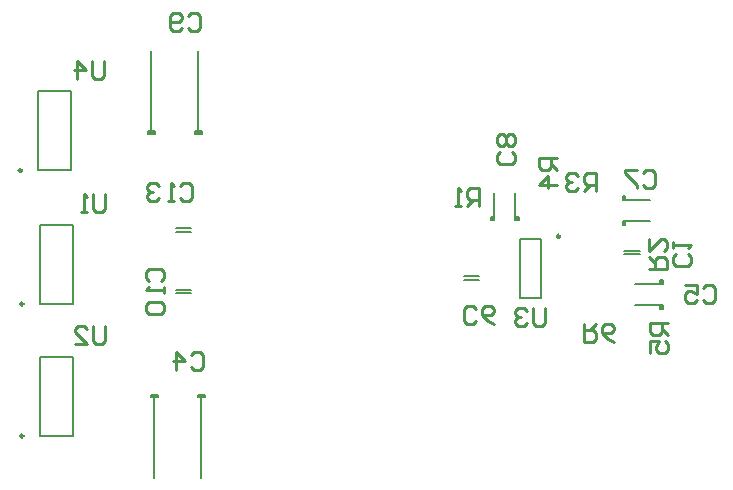
<source format=gbo>
G04 Layer_Color=32896*
%FSLAX25Y25*%
%MOIN*%
G70*
G01*
G75*
%ADD46C,0.00500*%
%ADD47C,0.00984*%
%ADD48C,0.00787*%
%ADD49C,0.01000*%
D46*
X1296936Y1011411D02*
X1302064D01*
X1296936Y1012589D02*
X1302064D01*
X1446276Y1034276D02*
Y1035457D01*
X1446669Y1034276D02*
Y1035457D01*
X1445882Y1034276D02*
X1446669D01*
X1446276Y1042543D02*
Y1043724D01*
X1446669Y1042543D02*
Y1043724D01*
X1445882D02*
X1446669D01*
X1445882Y1042543D02*
Y1043724D01*
Y1042543D02*
X1454937D01*
X1445882Y1035457D02*
X1454937D01*
X1445882Y1034276D02*
Y1035457D01*
X1458724Y1014543D02*
Y1015724D01*
X1458331Y1014543D02*
Y1015724D01*
X1459118D01*
X1458724Y1006276D02*
Y1007457D01*
X1458331Y1006276D02*
Y1007457D01*
Y1006276D02*
X1459118D01*
Y1007457D01*
X1450063D02*
X1459118D01*
X1450063Y1014543D02*
X1459118D01*
Y1015724D01*
X1392936Y1015911D02*
X1398064D01*
X1392936Y1017089D02*
X1398064D01*
X1410043Y1036276D02*
X1411224D01*
X1410043Y1036669D02*
X1411224D01*
Y1035882D02*
Y1036669D01*
X1401776Y1036276D02*
X1402957D01*
X1401776Y1036669D02*
X1402957D01*
X1401776Y1035882D02*
Y1036669D01*
Y1035882D02*
X1402957D01*
Y1044937D01*
X1410043Y1035882D02*
Y1044937D01*
Y1035882D02*
X1411224D01*
X1446436Y1025589D02*
X1451564D01*
X1446436Y1024411D02*
X1451564D01*
X1289626Y977098D02*
X1290807D01*
X1289626Y976705D02*
X1290807D01*
Y977492D01*
X1288445Y977098D02*
X1289626D01*
X1288445Y976705D02*
X1289626D01*
X1288445D02*
Y977492D01*
X1304193Y977098D02*
X1305374D01*
X1304193Y976705D02*
X1305374D01*
X1304193D02*
Y977492D01*
X1305374Y977098D02*
X1306555D01*
X1305374Y976705D02*
X1306555D01*
Y977492D01*
X1289626Y949933D02*
Y977492D01*
X1288445D02*
X1290807D01*
X1304193D02*
X1306555D01*
X1305374Y949933D02*
Y977492D01*
X1303193Y1064902D02*
X1304374D01*
X1303193Y1065295D02*
X1304374D01*
X1303193Y1064508D02*
Y1065295D01*
X1304374Y1064902D02*
X1305555D01*
X1304374Y1065295D02*
X1305555D01*
Y1064508D02*
Y1065295D01*
X1288626Y1064902D02*
X1289807D01*
X1288626Y1065295D02*
X1289807D01*
Y1064508D02*
Y1065295D01*
X1287445Y1064902D02*
X1288626D01*
X1287445Y1065295D02*
X1288626D01*
X1287445Y1064508D02*
Y1065295D01*
X1304374Y1064508D02*
Y1092067D01*
X1303193Y1064508D02*
X1305555D01*
X1287445D02*
X1289807D01*
X1288626D02*
Y1092067D01*
X1296936Y1031911D02*
X1302064D01*
X1296936Y1033089D02*
X1302064D01*
D47*
X1424941Y1030346D02*
G03*
X1424941Y1030346I-492J0D01*
G01*
X1246075Y963811D02*
G03*
X1246075Y963811I-492J0D01*
G01*
Y1007811D02*
G03*
X1246075Y1007811I-492J0D01*
G01*
X1245575Y1052311D02*
G03*
X1245575Y1052311I-492J0D01*
G01*
D48*
X1411457Y1009657D02*
X1418543D01*
X1411457Y1029342D02*
X1418543D01*
X1411457Y1009657D02*
Y1029342D01*
X1418543Y1009657D02*
Y1029342D01*
X1251488Y963811D02*
Y990189D01*
X1262512Y963811D02*
Y990189D01*
X1251488Y963811D02*
X1262512D01*
X1251488Y990189D02*
X1262512D01*
X1251488Y1007811D02*
Y1034189D01*
X1262512Y1007811D02*
Y1034189D01*
X1251488Y1007811D02*
X1262512D01*
X1251488Y1034189D02*
X1262512D01*
X1250988Y1052311D02*
Y1078689D01*
X1262012Y1052311D02*
Y1078689D01*
X1250988Y1052311D02*
X1262012D01*
X1250988Y1078689D02*
X1262012D01*
D49*
X1420000Y1006498D02*
Y1001500D01*
X1419000Y1000500D01*
X1417001D01*
X1416001Y1001500D01*
Y1006498D01*
X1414002Y1005498D02*
X1413002Y1006498D01*
X1411003D01*
X1410003Y1005498D01*
Y1004499D01*
X1411003Y1003499D01*
X1412003D01*
X1411003D01*
X1410003Y1002499D01*
Y1001500D01*
X1411003Y1000500D01*
X1413002D01*
X1414002Y1001500D01*
X1433000Y1001000D02*
Y995002D01*
X1435999D01*
X1436999Y996002D01*
Y998001D01*
X1435999Y999001D01*
X1433000D01*
X1434999D02*
X1436999Y1001000D01*
X1442997Y995002D02*
X1440997Y996002D01*
X1438998Y998001D01*
Y1000000D01*
X1439998Y1001000D01*
X1441997D01*
X1442997Y1000000D01*
Y999001D01*
X1441997Y998001D01*
X1438998D01*
X1424000Y1056500D02*
X1418002D01*
Y1053501D01*
X1419002Y1052501D01*
X1421001D01*
X1422001Y1053501D01*
Y1056500D01*
Y1054501D02*
X1424000Y1052501D01*
Y1047503D02*
X1418002D01*
X1421001Y1050502D01*
Y1046503D01*
X1437000Y1045500D02*
Y1051498D01*
X1434001D01*
X1433001Y1050498D01*
Y1048499D01*
X1434001Y1047499D01*
X1437000D01*
X1435001D02*
X1433001Y1045500D01*
X1431002Y1050498D02*
X1430002Y1051498D01*
X1428003D01*
X1427003Y1050498D01*
Y1049499D01*
X1428003Y1048499D01*
X1429003D01*
X1428003D01*
X1427003Y1047499D01*
Y1046500D01*
X1428003Y1045500D01*
X1430002D01*
X1431002Y1046500D01*
X1454500Y1019500D02*
X1460498D01*
Y1022499D01*
X1459498Y1023499D01*
X1457499D01*
X1456499Y1022499D01*
Y1019500D01*
Y1021499D02*
X1454500Y1023499D01*
Y1029497D02*
Y1025498D01*
X1458499Y1029497D01*
X1459498D01*
X1460498Y1028497D01*
Y1026498D01*
X1459498Y1025498D01*
X1398000Y1040500D02*
Y1046498D01*
X1395001D01*
X1394001Y1045498D01*
Y1043499D01*
X1395001Y1042499D01*
X1398000D01*
X1396001D02*
X1394001Y1040500D01*
X1392002D02*
X1390003D01*
X1391002D01*
Y1046498D01*
X1392002Y1045498D01*
X1408998Y1058499D02*
X1409998Y1057499D01*
Y1055500D01*
X1408998Y1054500D01*
X1405000D01*
X1404000Y1055500D01*
Y1057499D01*
X1405000Y1058499D01*
X1408998Y1060498D02*
X1409998Y1061498D01*
Y1063497D01*
X1408998Y1064497D01*
X1407999D01*
X1406999Y1063497D01*
X1405999Y1064497D01*
X1405000D01*
X1404000Y1063497D01*
Y1061498D01*
X1405000Y1060498D01*
X1405999D01*
X1406999Y1061498D01*
X1407999Y1060498D01*
X1408998D01*
X1406999Y1061498D02*
Y1063497D01*
X1452501Y1051498D02*
X1453501Y1052498D01*
X1455500D01*
X1456500Y1051498D01*
Y1047500D01*
X1455500Y1046500D01*
X1453501D01*
X1452501Y1047500D01*
X1450502Y1052498D02*
X1446503D01*
Y1051498D01*
X1450502Y1047500D01*
Y1046500D01*
X1396799Y1002002D02*
X1395799Y1001002D01*
X1393800D01*
X1392800Y1002002D01*
Y1006000D01*
X1393800Y1007000D01*
X1395799D01*
X1396799Y1006000D01*
X1402797Y1001002D02*
X1400797Y1002002D01*
X1398798Y1004001D01*
Y1006000D01*
X1399798Y1007000D01*
X1401797D01*
X1402797Y1006000D01*
Y1005001D01*
X1401797Y1004001D01*
X1398798D01*
X1472501Y1012998D02*
X1473501Y1013998D01*
X1475500D01*
X1476500Y1012998D01*
Y1009000D01*
X1475500Y1008000D01*
X1473501D01*
X1472501Y1009000D01*
X1466503Y1013998D02*
X1470502D01*
Y1010999D01*
X1468503Y1011999D01*
X1467503D01*
X1466503Y1010999D01*
Y1009000D01*
X1467503Y1008000D01*
X1469502D01*
X1470502Y1009000D01*
X1467498Y1024499D02*
X1468498Y1023499D01*
Y1021500D01*
X1467498Y1020500D01*
X1463500D01*
X1462500Y1021500D01*
Y1023499D01*
X1463500Y1024499D01*
X1462500Y1026498D02*
Y1028497D01*
Y1027498D01*
X1468498D01*
X1467498Y1026498D01*
X1272800Y1088898D02*
Y1083900D01*
X1271800Y1082900D01*
X1269801D01*
X1268801Y1083900D01*
Y1088898D01*
X1263803Y1082900D02*
Y1088898D01*
X1266802Y1085899D01*
X1262803D01*
X1273300Y1000398D02*
Y995400D01*
X1272300Y994400D01*
X1270301D01*
X1269301Y995400D01*
Y1000398D01*
X1263303Y994400D02*
X1267302D01*
X1263303Y998399D01*
Y999398D01*
X1264303Y1000398D01*
X1266302D01*
X1267302Y999398D01*
X1273300Y1044398D02*
Y1039400D01*
X1272300Y1038400D01*
X1270301D01*
X1269301Y1039400D01*
Y1044398D01*
X1267302Y1038400D02*
X1265303D01*
X1266302D01*
Y1044398D01*
X1267302Y1043398D01*
X1461000Y1001500D02*
X1455002D01*
Y998501D01*
X1456002Y997501D01*
X1458001D01*
X1459001Y998501D01*
Y1001500D01*
Y999501D02*
X1461000Y997501D01*
X1455002Y991503D02*
Y995502D01*
X1458001D01*
X1457001Y993503D01*
Y992503D01*
X1458001Y991503D01*
X1460000D01*
X1461000Y992503D01*
Y994502D01*
X1460000Y995502D01*
X1298201Y1046998D02*
X1299201Y1047998D01*
X1301200D01*
X1302200Y1046998D01*
Y1043000D01*
X1301200Y1042000D01*
X1299201D01*
X1298201Y1043000D01*
X1296202Y1042000D02*
X1294203D01*
X1295202D01*
Y1047998D01*
X1296202Y1046998D01*
X1291204D02*
X1290204Y1047998D01*
X1288204D01*
X1287205Y1046998D01*
Y1045999D01*
X1288204Y1044999D01*
X1289204D01*
X1288204D01*
X1287205Y1043999D01*
Y1043000D01*
X1288204Y1042000D01*
X1290204D01*
X1291204Y1043000D01*
X1288002Y1015501D02*
X1287002Y1016501D01*
Y1018500D01*
X1288002Y1019500D01*
X1292000D01*
X1293000Y1018500D01*
Y1016501D01*
X1292000Y1015501D01*
X1293000Y1013502D02*
Y1011503D01*
Y1012502D01*
X1287002D01*
X1288002Y1013502D01*
Y1008504D02*
X1287002Y1007504D01*
Y1005505D01*
X1288002Y1004505D01*
X1292000D01*
X1293000Y1005505D01*
Y1007504D01*
X1292000Y1008504D01*
X1288002D01*
X1300801Y1103698D02*
X1301801Y1104698D01*
X1303800D01*
X1304800Y1103698D01*
Y1099700D01*
X1303800Y1098700D01*
X1301801D01*
X1300801Y1099700D01*
X1298802D02*
X1297802Y1098700D01*
X1295803D01*
X1294803Y1099700D01*
Y1103698D01*
X1295803Y1104698D01*
X1297802D01*
X1298802Y1103698D01*
Y1102699D01*
X1297802Y1101699D01*
X1294803D01*
X1301801Y990698D02*
X1302801Y991698D01*
X1304800D01*
X1305800Y990698D01*
Y986700D01*
X1304800Y985700D01*
X1302801D01*
X1301801Y986700D01*
X1296803Y985700D02*
Y991698D01*
X1299802Y988699D01*
X1295803D01*
M02*

</source>
